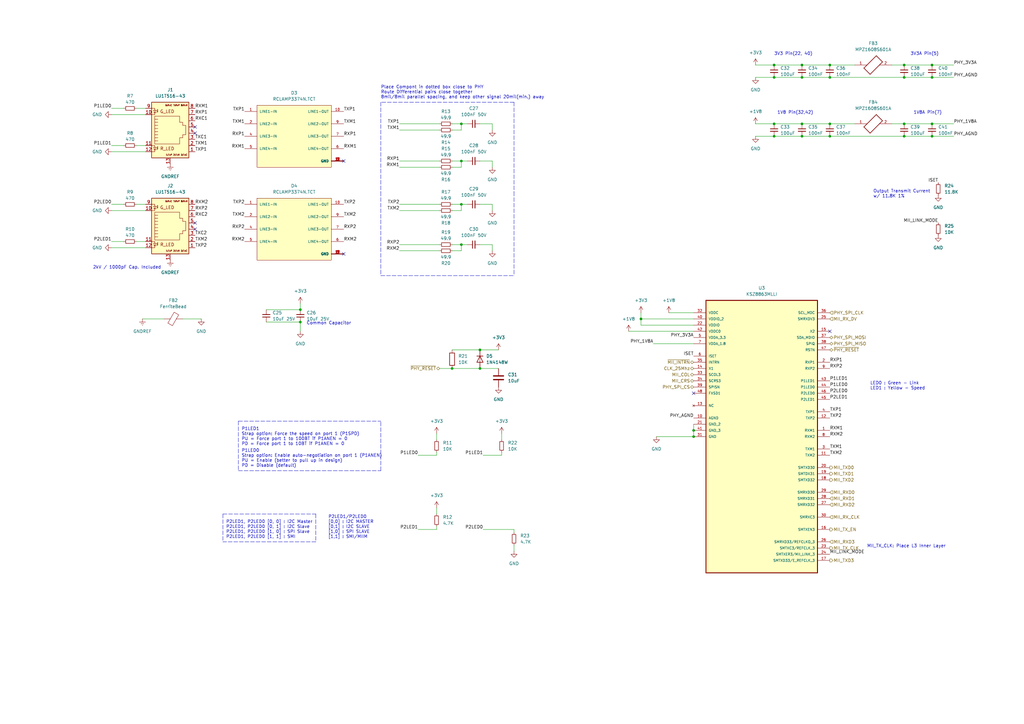
<source format=kicad_sch>
(kicad_sch (version 20211123) (generator eeschema)
  (paper "A3")
  (lib_symbols
    (symbol "Device:C" (pin_numbers hide) (pin_names (offset 0.254))
      (property "Reference" "C" (at 0.635 2.54 0))
      (property "Value" "C" (at 0.635 -2.54 0))
      (symbol "C_0_1"
        (polyline (pts (xy -2.032 -0.762) (xy 2.032 -0.762)) (stroke (width 0.508)))
        (polyline (pts (xy -2.032 0.762) (xy 2.032 0.762)) (stroke (width 0.508)))
      )
      (symbol "C_1_1"
        (pin passive line (at 0 3.81 270) (length 2.794) (name "~") (number "1"))
        (pin passive line (at 0 -3.81 90) (length 2.794) (name "~") (number "2"))
      )
    )
    (symbol "Device:C_Small" (pin_numbers hide) (pin_names (offset 0.254) hide)
      (property "Reference" "C" (at 0.254 1.778 0))
      (property "Value" "C_Small" (at 0.254 -2.032 0))
      (symbol "C_Small_0_1"
        (polyline (pts (xy -1.524 -0.508) (xy 1.524 -0.508)) (stroke (width 0.3302)))
        (polyline (pts (xy -1.524 0.508) (xy 1.524 0.508)) (stroke (width 0.3048)))
      )
      (symbol "C_Small_1_1"
        (pin passive line (at 0 2.54 270) (length 2.032) (name "~") (number "1"))
        (pin passive line (at 0 -2.54 90) (length 2.032) (name "~") (number "2"))
      )
    )
    (symbol "Device:FerriteBead" (pin_numbers hide) (pin_names (offset 0))
      (property "Reference" "FB" (at -3.81 0.635 90))
      (property "Value" "FerriteBead" (at 3.81 0 90))
      (symbol "FerriteBead_0_1"
        (polyline (pts (xy 0 -1.27) (xy 0 -1.2192)))
        (polyline (pts (xy 0 1.27) (xy 0 1.2954)))
        (polyline (pts (xy -2.7686 0.4064) (xy -1.7018 2.2606) (xy 2.7686 -0.3048) (xy 1.6764 -2.159) (xy -2.7686 0.4064)))
      )
      (symbol "FerriteBead_1_1"
        (pin passive line (at 0 3.81 270) (length 2.54) (name "~") (number "1"))
        (pin passive line (at 0 -3.81 90) (length 2.54) (name "~") (number "2"))
      )
    )
    (symbol "Device:R" (pin_numbers hide) (pin_names (offset 0))
      (property "Reference" "R" (at 2.032 0 90))
      (property "Value" "R" (at 0 0 90))
      (symbol "R_0_1"
        (rectangle (start -1.016 -2.54) (end 1.016 2.54) (stroke (width 0.254)))
      )
      (symbol "R_1_1"
        (pin passive line (at 0 3.81 270) (length 1.27) (name "~") (number "1"))
        (pin passive line (at 0 -3.81 90) (length 1.27) (name "~") (number "2"))
      )
    )
    (symbol "Device:R_Small" (pin_numbers hide) (pin_names (offset 0.254) hide)
      (property "Reference" "R" (at 0.762 0.508 0))
      (property "Value" "R_Small" (at 0.762 -1.016 0))
      (symbol "R_Small_0_1"
        (rectangle (start -0.762 1.778) (end 0.762 -1.778) (stroke (width 0.2032)))
      )
      (symbol "R_Small_1_1"
        (pin passive line (at 0 2.54 270) (length 0.762) (name "~") (number "1"))
        (pin passive line (at 0 -2.54 90) (length 0.762) (name "~") (number "2"))
      )
    )
    (symbol "Diode:1N4148W" (pin_numbers hide) (pin_names hide)
      (property "Reference" "D" (at 0 2.54 0))
      (property "Value" "1N4148W" (at 0 -2.54 0))
      (symbol "1N4148W_0_1"
        (polyline (pts (xy -1.27 1.27) (xy -1.27 -1.27)) (stroke (width 0.254)))
        (polyline (pts (xy 1.27 0) (xy -1.27 0)))
        (polyline (pts (xy 1.27 1.27) (xy 1.27 -1.27) (xy -1.27 0) (xy 1.27 1.27)) (stroke (width 0.254)))
      )
      (symbol "1N4148W_1_1"
        (pin passive line (at -3.81 0 0) (length 2.54) (name "K") (number "1"))
        (pin passive line (at 3.81 0 180) (length 2.54) (name "A") (number "2"))
      )
    )
    (symbol "KSZ8863MLLI:KSZ8863MLLI" (pin_names (offset 1.016))
      (property "Reference" "U" (at -2.9007 56.4868 0))
      (property "Value" "KSZ8863MLLI" (at -1.6306 -63.6948 0))
      (symbol "KSZ8863MLLI_0_0"
        (rectangle (start -22.86 -58.42) (end 22.86 53.34) (stroke (width 0.4064)) (fill (type background)))
        (pin bidirectional line (at 27.94 0 180) (length 5.08) (name "RXM1") (number "1"))
        (pin passive line (at -27.94 5.08 0) (length 5.08) (name "AGND") (number "10"))
        (pin bidirectional line (at 27.94 -10.16 180) (length 5.08) (name "TXM2") (number "11"))
        (pin bidirectional line (at 27.94 5.08 180) (length 5.08) (name "TXP2") (number "12"))
        (pin no_connect line (at -27.94 10.16 0) (length 5.08) (name "NC") (number "13"))
        (pin input line (at -27.94 25.4 0) (length 5.08) (name "X1") (number "14"))
        (pin output line (at 27.94 40.64 180) (length 5.08) (name "X2") (number "15"))
        (pin bidirectional line (at 27.94 -40.64 180) (length 5.08) (name "SMTXEN3") (number "16"))
        (pin bidirectional line (at 27.94 -53.34 180) (length 5.08) (name "SMTXD33/E_REFCLK_3") (number "17"))
        (pin bidirectional line (at 27.94 -20.32 180) (length 5.08) (name "SMTXD32") (number "18"))
        (pin bidirectional line (at 27.94 -17.78 180) (length 5.08) (name "SMTDX31") (number "19"))
        (pin bidirectional line (at 27.94 27.94 180) (length 5.08) (name "RXP1") (number "2"))
        (pin bidirectional line (at 27.94 -15.24 180) (length 5.08) (name "SMTXD30") (number "20"))
        (pin passive line (at -27.94 2.54 0) (length 5.08) (name "GND_2") (number "21"))
        (pin power_in line (at -27.94 43.18 0) (length 5.08) (name "VDDIO") (number "22"))
        (pin bidirectional line (at 27.94 -48.26 180) (length 5.08) (name "SMTXC3/REFCLK_3") (number "23"))
        (pin bidirectional line (at 27.94 -50.8 180) (length 5.08) (name "SMTXER3/MII_LINK_3") (number "24"))
        (pin bidirectional line (at 27.94 45.72 180) (length 5.08) (name "SMRXDV3") (number "25"))
        (pin bidirectional line (at 27.94 -45.72 180) (length 5.08) (name "SMRXD33/REFCLKO_3") (number "26"))
        (pin bidirectional line (at 27.94 -30.48 180) (length 5.08) (name "SMRXD32") (number "27"))
        (pin bidirectional line (at 27.94 -27.94 180) (length 5.08) (name "SMRXD31") (number "28"))
        (pin bidirectional line (at 27.94 -25.4 180) (length 5.08) (name "SMRXD30") (number "29"))
        (pin bidirectional line (at 27.94 -7.62 180) (length 5.08) (name "TXM1") (number "3"))
        (pin bidirectional line (at 27.94 -35.56 180) (length 5.08) (name "SMRXC3") (number "30"))
        (pin passive line (at -27.94 -2.54 0) (length 5.08) (name "GND") (number "31"))
        (pin power_in line (at -27.94 48.26 0) (length 5.08) (name "VDDC") (number "32"))
        (pin bidirectional line (at -27.94 22.86 0) (length 5.08) (name "SCOL3") (number "33"))
        (pin output line (at -27.94 20.32 0) (length 5.08) (name "SCRS3") (number "34"))
        (pin input line (at -27.94 27.94 0) (length 5.08) (name "INTRN") (number "35"))
        (pin bidirectional line (at 27.94 48.26 180) (length 5.08) (name "SCL_MDC") (number "36"))
        (pin bidirectional line (at 27.94 38.1 180) (length 5.08) (name "SDA_MDIO") (number "37"))
        (pin output line (at 27.94 35.56 180) (length 5.08) (name "SPIQ") (number "38"))
        (pin input line (at -27.94 17.78 0) (length 5.08) (name "SPISN") (number "39"))
        (pin bidirectional line (at 27.94 7.62 180) (length 5.08) (name "TXP1") (number "4"))
        (pin power_in line (at -27.94 45.72 0) (length 5.08) (name "VDDIO_2") (number "40"))
        (pin passive line (at -27.94 0 0) (length 5.08) (name "GND_3") (number "41"))
        (pin power_in line (at -27.94 40.64 0) (length 5.08) (name "VDDC0") (number "42"))
        (pin bidirectional line (at 27.94 20.32 180) (length 5.08) (name "P1LED1") (number "43"))
        (pin bidirectional line (at 27.94 17.78 180) (length 5.08) (name "P1LED0") (number "44"))
        (pin bidirectional line (at 27.94 12.7 180) (length 5.08) (name "P2LED1") (number "45"))
        (pin bidirectional line (at 27.94 15.24 180) (length 5.08) (name "P2LED0") (number "46"))
        (pin bidirectional line (at 27.94 33.02 180) (length 5.08) (name "RSTN") (number "47"))
        (pin passive line (at -27.94 15.24 0) (length 5.08) (name "FXSD1") (number "48"))
        (pin power_in line (at -27.94 38.1 0) (length 5.08) (name "VDDA_3.3") (number "5"))
        (pin input line (at -27.94 30.48 0) (length 5.08) (name "ISET") (number "6"))
        (pin power_in line (at -27.94 35.56 0) (length 5.08) (name "VDDA_1.8") (number "7"))
        (pin bidirectional line (at 27.94 -2.54 180) (length 5.08) (name "RXM2") (number "8"))
        (pin bidirectional line (at 27.94 25.4 180) (length 5.08) (name "RXP2") (number "9"))
      )
    )
    (symbol "LU1T516-43LF:LU1T516-43" (pin_names (offset 1.016))
      (property "Reference" "J" (at -5.08 13.97 0))
      (property "Value" "LU1T516-43" (at 1.27 13.97 0))
      (symbol "LU1T516-43_0_0"
        (text "1:TxP 2:TxM 3:TxC" (at 2.54 -8.89 0) (effects (font (size 0.635 0.635))))
        (text "6:RxC 7:RxP 8:RxM" (at 2.54 11.43 0) (effects (font (size 0.635 0.635))))
        (text "G_LED" (at -1.27 8.89 0) (effects (font (size 1.27 1.27))))
        (text "R_LED" (at -1.27 -6.35 0) (effects (font (size 1.27 1.27))))
      )
      (symbol "LU1T516-43_0_1"
        (polyline (pts (xy -7.62 -7.62) (xy -6.35 -7.62)))
        (polyline (pts (xy -7.62 -5.08) (xy -6.35 -5.08)))
        (polyline (pts (xy -7.62 7.62) (xy -6.35 7.62)))
        (polyline (pts (xy -7.62 10.16) (xy -6.35 10.16)))
        (polyline (pts (xy -6.35 -7.62) (xy -6.35 -6.858)))
        (polyline (pts (xy -6.35 -5.08) (xy -6.35 -5.842)))
        (polyline (pts (xy -6.35 7.62) (xy -6.35 8.382)))
        (polyline (pts (xy -6.35 10.16) (xy -6.35 9.398)))
        (polyline (pts (xy -5.842 -6.858) (xy -6.858 -6.858)))
        (polyline (pts (xy -5.842 8.382) (xy -6.858 8.382)))
        (polyline (pts (xy -5.08 -6.223) (xy -5.207 -6.604)))
        (polyline (pts (xy -5.08 -5.588) (xy -5.207 -5.969)))
        (polyline (pts (xy -5.08 4.445) (xy -6.35 4.445)))
        (polyline (pts (xy -5.08 5.715) (xy -6.35 5.715)))
        (polyline (pts (xy -5.08 9.017) (xy -5.207 8.636)))
        (polyline (pts (xy -5.08 9.652) (xy -5.207 9.271)))
        (polyline (pts (xy -6.35 -3.175) (xy -5.08 -3.175) (xy -5.08 -3.175)))
        (polyline (pts (xy -6.35 -1.905) (xy -5.08 -1.905) (xy -5.08 -1.905)))
        (polyline (pts (xy -6.35 -0.635) (xy -5.08 -0.635) (xy -5.08 -0.635)))
        (polyline (pts (xy -6.35 0.635) (xy -5.08 0.635) (xy -5.08 0.635)))
        (polyline (pts (xy -6.35 1.905) (xy -5.08 1.905) (xy -5.08 1.905)))
        (polyline (pts (xy -5.588 -6.731) (xy -5.08 -6.223) (xy -5.461 -6.35)))
        (polyline (pts (xy -5.588 -6.096) (xy -5.08 -5.588) (xy -5.461 -5.715)))
        (polyline (pts (xy -5.588 8.509) (xy -5.08 9.017) (xy -5.461 8.89)))
        (polyline (pts (xy -5.588 9.144) (xy -5.08 9.652) (xy -5.461 9.525)))
        (polyline (pts (xy -5.08 3.175) (xy -6.35 3.175) (xy -6.35 3.175)))
        (polyline (pts (xy -6.35 -6.858) (xy -5.842 -5.842) (xy -6.858 -5.842) (xy -6.35 -6.858)))
        (polyline (pts (xy -6.35 8.382) (xy -5.842 9.398) (xy -6.858 9.398) (xy -6.35 8.382)))
        (polyline (pts (xy -6.35 -4.445) (xy -6.35 6.985) (xy 3.81 6.985) (xy 3.81 4.445) (xy 5.08 4.445) (xy 5.08 3.175) (xy 6.35 3.175) (xy 6.35 -0.635) (xy 5.08 -0.635) (xy 5.08 -1.905) (xy 3.81 -1.905) (xy 3.81 -4.445) (xy -6.35 -4.445) (xy -6.35 -4.445)))
        (rectangle (start 7.62 12.7) (end -7.62 -10.16) (stroke (width 0.254)) (fill (type background)))
      )
      (symbol "LU1T516-43_1_1"
        (pin passive line (at 10.16 -7.62 180) (length 2.54) (name "~") (number "1"))
        (pin passive line (at -10.16 7.62 0) (length 2.54) (name "~") (number "10"))
        (pin passive line (at -10.16 -5.08 0) (length 2.54) (name "~") (number "11"))
        (pin passive line (at -10.16 -7.62 0) (length 2.54) (name "~") (number "12"))
        (pin passive line (at 0 -12.7 90) (length 2.54) (name "~") (number "13"))
        (pin passive line (at 10.16 -5.08 180) (length 2.54) (name "~") (number "2"))
        (pin passive line (at 10.16 -2.54 180) (length 2.54) (name "~") (number "3"))
        (pin passive line (at 10.16 0 180) (length 2.54) (name "~") (number "4"))
        (pin passive line (at 10.16 2.54 180) (length 2.54) (name "~") (number "5"))
        (pin passive line (at 10.16 5.08 180) (length 2.54) (name "~") (number "6"))
        (pin passive line (at 10.16 7.62 180) (length 2.54) (name "~") (number "7"))
        (pin passive line (at 10.16 10.16 180) (length 2.54) (name "~") (number "8"))
        (pin passive line (at -10.16 10.16 0) (length 2.54) (name "~") (number "9"))
      )
    )
    (symbol "MPZ1608S601A:MPZ1608S601A" (pin_names (offset 1.016))
      (property "Reference" "FB" (at -7.6244 5.0815 0))
      (property "Value" "MPZ1608S601A" (at -7.63 -7.6266 0))
      (symbol "MPZ1608S601A_0_0"
        (polyline (pts (xy -3.81 -1.27) (xy -1.27 -3.81)) (stroke (width 0.254)))
        (polyline (pts (xy -1.27 -3.81) (xy 3.81 1.27)) (stroke (width 0.254)))
        (polyline (pts (xy 1.27 3.81) (xy -3.81 -1.27)) (stroke (width 0.254)))
        (polyline (pts (xy 3.81 1.27) (xy 1.27 3.81)) (stroke (width 0.254)))
        (pin passive line (at -7.62 0 0) (length 5.08) (name "~") (number "1"))
        (pin passive line (at 7.62 0 180) (length 5.08) (name "~") (number "2"))
      )
    )
    (symbol "RCLAMP3374N.TCT:RCLAMP3374N.TCT" (pin_names (offset 1.016))
      (property "Reference" "D" (at -15.24 13.462 0))
      (property "Value" "RCLAMP3374N.TCT" (at -15.24 -15.24 0))
      (symbol "RCLAMP3374N.TCT_0_0"
        (rectangle (start -15.24 -12.7) (end 15.24 12.7) (stroke (width 0.1524)) (fill (type background)))
        (pin input line (at -20.32 10.16 0) (length 5.08) (name "LINE1-IN") (number "1"))
        (pin output line (at 20.32 10.16 180) (length 5.08) (name "LINE1-OUT") (number "10"))
        (pin power_in line (at 20.32 -10.16 180) (length 5.08) (name "GND") (number "11"))
        (pin power_in line (at 20.32 -10.16 180) (length 5.08) (name "GND") (number "12"))
        (pin power_in line (at 20.32 -10.16 180) (length 5.08) (name "GND") (number "13"))
        (pin input line (at -20.32 5.08 0) (length 5.08) (name "LINE2-IN") (number "2"))
        (pin power_in line (at 20.32 -10.16 180) (length 5.08) (name "GND") (number "3"))
        (pin input line (at -20.32 0 0) (length 5.08) (name "LINE3-IN") (number "4"))
        (pin input line (at -20.32 -5.08 0) (length 5.08) (name "LINE4-IN") (number "5"))
        (pin output line (at 20.32 -5.08 180) (length 5.08) (name "LINE4-OUT") (number "6"))
        (pin output line (at 20.32 0 180) (length 5.08) (name "LINE3-OUT") (number "7"))
        (pin power_in line (at 20.32 -10.16 180) (length 5.08) (name "GND") (number "8"))
        (pin output line (at 20.32 5.08 180) (length 5.08) (name "LINE2-OUT") (number "9"))
      )
    )
    (symbol "power:+1V8" (power) (pin_names (offset 0))
      (property "Value" "+1V8" (at 0 3.556 0))
      (symbol "+1V8_0_1"
        (polyline (pts (xy -0.762 1.27) (xy 0 2.54)))
        (polyline (pts (xy 0 0) (xy 0 2.54)))
        (polyline (pts (xy 0 2.54) (xy 0.762 1.27)))
      )
      (symbol "+1V8_1_1"
        (pin power_in line (at 0 0 90) (length 0) hide (name "+1V8") (number "1"))
      )
    )
    (symbol "power:+3V3" (power) (pin_names (offset 0))
      (property "Value" "+3V3" (at 0 3.556 0))
      (symbol "+3V3_0_1"
        (polyline (pts (xy -0.762 1.27) (xy 0 2.54)))
        (polyline (pts (xy 0 0) (xy 0 2.54)))
        (polyline (pts (xy 0 2.54) (xy 0.762 1.27)))
      )
      (symbol "+3V3_1_1"
        (pin power_in line (at 0 0 90) (length 0) hide (name "+3V3") (number "1"))
      )
    )
    (symbol "power:GND" (power) (pin_names (offset 0))
      (property "Value" "GND" (at 0 -3.81 0))
      (symbol "GND_0_1"
        (polyline (pts (xy 0 0) (xy 0 -1.27) (xy 1.27 -1.27) (xy 0 -2.54) (xy -1.27 -1.27) (xy 0 -1.27)))
      )
      (symbol "GND_1_1"
        (pin power_in line (at 0 0 270) (length 0) hide (name "GND") (number "1"))
      )
    )
    (symbol "power:GNDREF" (power) (pin_names (offset 0))
      (property "Value" "GNDREF" (at 0 -3.81 0))
      (symbol "GNDREF_0_1"
        (polyline (pts (xy -0.635 -1.905) (xy 0.635 -1.905)))
        (polyline (pts (xy -0.127 -2.54) (xy 0.127 -2.54)))
        (polyline (pts (xy 0 -1.27) (xy 0 0)))
        (polyline (pts (xy 1.27 -1.27) (xy -1.27 -1.27)))
      )
      (symbol "GNDREF_1_1"
        (pin power_in line (at 0 0 270) (length 0) hide (name "GNDREF") (number "1"))
      )
    )
  )
  (junction (at 189.23 83.82))
  (junction (at 189.23 66.04))
  (junction (at 196.85 143.51))
  (junction (at 382.27 55.88))
  (junction (at 340.36 31.75))
  (junction (at 196.85 151.13))
  (junction (at 123.19 127))
  (junction (at 328.93 31.75))
  (junction (at 382.27 50.8))
  (junction (at 328.93 50.8))
  (junction (at 370.84 26.67))
  (junction (at 382.27 31.75))
  (junction (at 370.84 55.88))
  (junction (at 317.5 55.88))
  (junction (at 123.19 132.08))
  (junction (at 189.23 50.8))
  (junction (at 284.48 176.53))
  (junction (at 382.27 26.67))
  (junction (at 340.36 26.67))
  (junction (at 185.42 151.13))
  (junction (at 317.5 26.67))
  (junction (at 370.84 50.8))
  (junction (at 262.89 130.81))
  (junction (at 340.36 55.88))
  (junction (at 317.5 31.75))
  (junction (at 284.48 179.07))
  (junction (at 340.36 50.8))
  (junction (at 317.5 50.8))
  (junction (at 328.93 26.67))
  (junction (at 189.23 100.33))
  (junction (at 370.84 31.75))
  (junction (at 328.93 55.88))
  (no_connect (at 140.97 66.04))
  (no_connect (at 80.01 93.98))
  (no_connect (at 284.48 161.29))
  (no_connect (at 80.01 91.44))
  (no_connect (at 80.01 52.07))
  (no_connect (at 140.97 104.14))
  (no_connect (at 80.01 54.61))
  (no_connect (at 340.36 135.89))
  (polyline (pts (xy 210.82 41.91) (xy 156.21 41.91)))
  (wire (pts (xy 179.07 208.28) (xy 179.07 210.82)))
  (wire (pts (xy 109.22 132.08) (xy 123.19 132.08)))
  (wire (pts (xy 210.82 223.52) (xy 210.82 226.06)))
  (wire (pts (xy 179.07 186.69) (xy 179.07 185.42)))
  (wire (pts (xy 185.42 100.33) (xy 189.23 100.33)))
  (wire (pts (xy 163.83 102.87) (xy 180.34 102.87)))
  (wire (pts (xy 123.19 132.08) (xy 123.19 135.89)))
  (wire (pts (xy 189.23 83.82) (xy 191.77 83.82)))
  (wire (pts (xy 370.84 31.75) (xy 382.27 31.75)))
  (wire (pts (xy 284.48 176.53) (xy 284.48 179.07)))
  (wire (pts (xy 163.83 83.82) (xy 180.34 83.82)))
  (wire (pts (xy 205.74 186.69) (xy 205.74 185.42)))
  (wire (pts (xy 340.36 55.88) (xy 370.84 55.88)))
  (wire (pts (xy 317.5 31.75) (xy 328.93 31.75)))
  (wire (pts (xy 45.72 62.23) (xy 59.69 62.23)))
  (wire (pts (xy 185.42 102.87) (xy 189.23 102.87)))
  (wire (pts (xy 284.48 179.07) (xy 269.24 179.07)))
  (wire (pts (xy 328.93 26.67) (xy 340.36 26.67)))
  (wire (pts (xy 284.48 130.81) (xy 262.89 130.81)))
  (wire (pts (xy 58.42 130.81) (xy 67.31 130.81)))
  (wire (pts (xy 309.88 50.8) (xy 317.5 50.8)))
  (wire (pts (xy 189.23 68.58) (xy 189.23 66.04)))
  (wire (pts (xy 196.85 83.82) (xy 201.93 83.82)))
  (wire (pts (xy 328.93 31.75) (xy 340.36 31.75)))
  (polyline (pts (xy 156.21 113.03) (xy 210.82 113.03)))
  (wire (pts (xy 163.83 86.36) (xy 180.34 86.36)))
  (polyline (pts (xy 129.54 222.25) (xy 91.44 222.25)))
  (wire (pts (xy 55.88 44.45) (xy 59.69 44.45)))
  (wire (pts (xy 370.84 26.67) (xy 382.27 26.67)))
  (wire (pts (xy 163.83 50.8) (xy 180.34 50.8)))
  (wire (pts (xy 171.45 186.69) (xy 179.07 186.69)))
  (wire (pts (xy 370.84 55.88) (xy 382.27 55.88)))
  (polyline (pts (xy 156.21 41.91) (xy 156.21 78.74)))
  (wire (pts (xy 267.97 140.97) (xy 284.48 140.97)))
  (wire (pts (xy 55.88 99.06) (xy 59.69 99.06)))
  (wire (pts (xy 340.36 31.75) (xy 370.84 31.75)))
  (wire (pts (xy 196.85 100.33) (xy 201.93 100.33)))
  (wire (pts (xy 185.42 143.51) (xy 196.85 143.51)))
  (wire (pts (xy 189.23 86.36) (xy 189.23 83.82)))
  (wire (pts (xy 382.27 31.75) (xy 391.16 31.75)))
  (polyline (pts (xy 210.82 41.91) (xy 210.82 78.74)))
  (wire (pts (xy 205.74 177.8) (xy 205.74 180.34)))
  (wire (pts (xy 198.12 186.69) (xy 205.74 186.69)))
  (wire (pts (xy 196.85 66.04) (xy 201.93 66.04)))
  (wire (pts (xy 189.23 100.33) (xy 191.77 100.33)))
  (wire (pts (xy 189.23 102.87) (xy 189.23 100.33)))
  (polyline (pts (xy 129.54 210.82) (xy 129.54 222.25)))
  (wire (pts (xy 340.36 26.67) (xy 350.52 26.67)))
  (polyline (pts (xy 97.79 193.04) (xy 156.21 193.04)))
  (wire (pts (xy 309.88 26.67) (xy 317.5 26.67)))
  (wire (pts (xy 382.27 50.8) (xy 391.16 50.8)))
  (wire (pts (xy 45.72 44.45) (xy 50.8 44.45)))
  (wire (pts (xy 317.5 50.8) (xy 328.93 50.8)))
  (wire (pts (xy 185.42 53.34) (xy 189.23 53.34)))
  (wire (pts (xy 257.81 135.89) (xy 284.48 135.89)))
  (wire (pts (xy 74.93 130.81) (xy 82.55 130.81)))
  (wire (pts (xy 370.84 50.8) (xy 382.27 50.8)))
  (wire (pts (xy 180.34 151.13) (xy 185.42 151.13)))
  (polyline (pts (xy 156.21 193.04) (xy 156.21 172.72)))
  (wire (pts (xy 317.5 55.88) (xy 328.93 55.88)))
  (wire (pts (xy 274.32 128.27) (xy 284.48 128.27)))
  (wire (pts (xy 45.72 83.82) (xy 50.8 83.82)))
  (wire (pts (xy 185.42 68.58) (xy 189.23 68.58)))
  (polyline (pts (xy 91.44 210.82) (xy 129.54 210.82)))
  (wire (pts (xy 45.72 46.99) (xy 59.69 46.99)))
  (wire (pts (xy 210.82 218.44) (xy 210.82 217.17)))
  (wire (pts (xy 123.19 124.46) (xy 123.19 127)))
  (wire (pts (xy 171.45 217.17) (xy 179.07 217.17)))
  (wire (pts (xy 163.83 53.34) (xy 180.34 53.34)))
  (wire (pts (xy 196.85 143.51) (xy 204.47 143.51)))
  (wire (pts (xy 45.72 59.69) (xy 50.8 59.69)))
  (wire (pts (xy 201.93 50.8) (xy 201.93 53.34)))
  (wire (pts (xy 262.89 130.81) (xy 262.89 128.27)))
  (polyline (pts (xy 91.44 210.82) (xy 91.44 222.25)))
  (wire (pts (xy 201.93 100.33) (xy 201.93 102.87)))
  (wire (pts (xy 196.85 50.8) (xy 201.93 50.8)))
  (wire (pts (xy 179.07 217.17) (xy 179.07 215.9)))
  (wire (pts (xy 163.83 68.58) (xy 180.34 68.58)))
  (wire (pts (xy 365.76 26.67) (xy 370.84 26.67)))
  (wire (pts (xy 189.23 50.8) (xy 191.77 50.8)))
  (polyline (pts (xy 97.79 172.72) (xy 156.21 172.72)))
  (wire (pts (xy 309.88 55.88) (xy 317.5 55.88)))
  (wire (pts (xy 328.93 55.88) (xy 340.36 55.88)))
  (wire (pts (xy 340.36 50.8) (xy 350.52 50.8)))
  (wire (pts (xy 365.76 50.8) (xy 370.84 50.8)))
  (wire (pts (xy 284.48 173.99) (xy 284.48 176.53)))
  (wire (pts (xy 163.83 100.33) (xy 180.34 100.33)))
  (wire (pts (xy 185.42 151.13) (xy 196.85 151.13)))
  (wire (pts (xy 163.83 66.04) (xy 180.34 66.04)))
  (wire (pts (xy 382.27 26.67) (xy 391.16 26.67)))
  (polyline (pts (xy 97.79 172.72) (xy 97.79 193.04)))
  (wire (pts (xy 185.42 83.82) (xy 189.23 83.82)))
  (wire (pts (xy 284.48 133.35) (xy 262.89 133.35)))
  (wire (pts (xy 179.07 177.8) (xy 179.07 180.34)))
  (wire (pts (xy 45.72 86.36) (xy 59.69 86.36)))
  (wire (pts (xy 198.12 217.17) (xy 210.82 217.17)))
  (wire (pts (xy 189.23 53.34) (xy 189.23 50.8)))
  (wire (pts (xy 185.42 86.36) (xy 189.23 86.36)))
  (wire (pts (xy 185.42 50.8) (xy 189.23 50.8)))
  (wire (pts (xy 45.72 101.6) (xy 59.69 101.6)))
  (wire (pts (xy 109.22 127) (xy 123.19 127)))
  (wire (pts (xy 309.88 31.75) (xy 317.5 31.75)))
  (wire (pts (xy 201.93 83.82) (xy 201.93 86.36)))
  (wire (pts (xy 55.88 83.82) (xy 59.69 83.82)))
  (wire (pts (xy 196.85 151.13) (xy 204.47 151.13)))
  (wire (pts (xy 189.23 66.04) (xy 191.77 66.04)))
  (polyline (pts (xy 210.82 78.74) (xy 210.82 113.03)))
  (wire (pts (xy 55.88 59.69) (xy 59.69 59.69)))
  (wire (pts (xy 45.72 99.06) (xy 50.8 99.06)))
  (wire (pts (xy 185.42 66.04) (xy 189.23 66.04)))
  (wire (pts (xy 317.5 26.67) (xy 328.93 26.67)))
  (polyline (pts (xy 156.21 78.74) (xy 156.21 113.03)))
  (wire (pts (xy 382.27 55.88) (xy 391.16 55.88)))
  (wire (pts (xy 201.93 66.04) (xy 201.93 68.58)))
  (wire (pts (xy 262.89 133.35) (xy 262.89 130.81)))
  (wire (pts (xy 328.93 50.8) (xy 340.36 50.8)))
  (text "P1LED1\nStrap option: Force the speed on port 1 (P1SPD)\nPU = Force port 1 to 100BT if P1ANEN = 0\nPD = Force port 1 to 10BT if P1ANEN = 0" (at 99.06 182.88 0) (effects (font (size 1.27 1.27)) (justify left bottom)))
  (text "1V8A Pin(7)" (at 374.65 46.99 0) (effects (font (size 1.27 1.27)) (justify left bottom)))
  (text "Output Transmit Current \nw/ 11.8K 1%" (at 358.14 81.28 0) (effects (font (size 1.27 1.27)) (justify left bottom)))
  (text "1V8 Pin(32,42)" (at 318.77 46.99 0) (effects (font (size 1.27 1.27)) (justify left bottom)))
  (text "Place Compont in dotted box close to PHY\nRoute Differential pairs close together\n8mil/8mil parallel spacing, and keep other signal 20mil(min.) away" (at 156.21 40.64 0) (effects (font (size 1.27 1.27)) (justify left bottom)))
  (text "P2LED1, P2LED0 [0, 0] : I2C Master\nP2LED1, P2LED0 [0, 1] : I2C Slave\nP2LED1, P2LED0 [1, 0] : SPI Slave\nP2LED1, P2LED0 [1, 1] : SMI" (at 92.71 220.98 0) (effects (font (size 1.27 1.27)) (justify left bottom)))
  (text "P1LED0\nStrap option: Enable auto-negotiation on port 1 (P1ANEN)\nPU = Enable (better to pull up in design)\nPD = Disable (default)" (at 99.06 191.77 0) (effects (font (size 1.27 1.27)) (justify left bottom)))
  (text "MII_TX_CLK: Place L3 Inner Layer" (at 355.6 224.79 0) (effects (font (size 1.27 1.27)) (justify left bottom)))
  (text "Common Capacitor" (at 125.73 133.35 0) (effects (font (size 1.27 1.27)) (justify left bottom)))
  (text "3V3 Pin(22, 40)" (at 317.5 22.86 0) (effects (font (size 1.27 1.27)) (justify left bottom)))
  (text "2kV / 1000pF Cap. Included" (at 38.1 110.49 0) (effects (font (size 1.27 1.27)) (justify left bottom)))
  (text "LED0 : Green - Link\nLED1 : Yellow - Speed" (at 356.87 160.02 0) (effects (font (size 1.27 1.27)) (justify left bottom)))
  (text "3V3A Pin(5)" (at 373.38 22.86 0) (effects (font (size 1.27 1.27)) (justify left bottom)))
  (text "P2LED1/P2LED0\n[0,0] : I2C MASTER\n[0,1] : I2C SLAVE\n[1,0] : SPI SLAVE\n[1,1] : SMI/MIIM" (at 134.62 220.98 0) (effects (font (size 1.27 1.27)) (justify left bottom)))
  (label "P2LED1" (at 340.36 163.83 0))
  (label "P1LED1" (at 198.12 186.69 180))
  (label "RXM1" (at 100.33 60.96 180))
  (label "RXM1" (at 140.97 60.96 0))
  (label "RXM2" (at 140.97 99.06 0))
  (label "TXM2" (at 80.01 99.06 0))
  (label "P2LED0" (at 340.36 161.29 0))
  (label "RXC2" (at 80.01 88.9 0))
  (label "TXP2" (at 140.97 83.82 0))
  (label "TXM1" (at 140.97 50.8 0))
  (label "RXP2" (at 100.33 93.98 180))
  (label "RXM1" (at 340.36 176.53 0))
  (label "RXM1" (at 80.01 44.45 0))
  (label "P2LED0" (at 198.12 217.17 180))
  (label "P1LED1" (at 340.36 156.21 0))
  (label "RXP1" (at 340.36 148.59 0))
  (label "TXM2" (at 163.83 86.36 180))
  (label "TXM1" (at 340.36 184.15 0))
  (label "P2LED1" (at 45.72 99.06 180))
  (label "PHY_3V3A" (at 284.48 138.43 180))
  (label "TXP2" (at 100.33 83.82 180))
  (label "P2LED1" (at 171.45 217.17 180))
  (label "TXP1" (at 163.83 50.8 180))
  (label "P1LED1" (at 45.72 59.69 180))
  (label "TXP2" (at 80.01 101.6 0))
  (label "TXP2" (at 163.83 83.82 180))
  (label "ISET" (at 384.81 74.93 180))
  (label "PHY_1V8A" (at 267.97 140.97 180))
  (label "RXP2" (at 340.36 151.13 0))
  (label "P1LED0" (at 340.36 158.75 0))
  (label "P1LED0" (at 171.45 186.69 180))
  (label "TXC2" (at 80.01 96.52 0))
  (label "PHY_3V3A" (at 391.16 26.67 0))
  (label "RXP2" (at 140.97 93.98 0))
  (label "TXM1" (at 163.83 53.34 180))
  (label "RXM2" (at 100.33 99.06 180))
  (label "RXP1" (at 140.97 55.88 0))
  (label "PHY_AGND" (at 391.16 31.75 0))
  (label "MII_LINK_MODE" (at 340.36 227.33 0))
  (label "P2LED0" (at 45.72 83.82 180))
  (label "RXC1" (at 80.01 49.53 0))
  (label "PHY_AGND" (at 284.48 171.45 180))
  (label "TXP1" (at 140.97 45.72 0))
  (label "RXP2" (at 80.01 86.36 0))
  (label "TXP2" (at 340.36 171.45 0))
  (label "RXP1" (at 80.01 46.99 0))
  (label "RXP1" (at 163.83 66.04 180))
  (label "TXP1" (at 80.01 62.23 0))
  (label "TXP1" (at 100.33 45.72 180))
  (label "PHY_AGND" (at 391.16 55.88 0))
  (label "RXP2" (at 163.83 100.33 180))
  (label "P1LED0" (at 45.72 44.45 180))
  (label "TXM1" (at 80.01 59.69 0))
  (label "TXM2" (at 340.36 186.69 0))
  (label "TXM1" (at 100.33 50.8 180))
  (label "RXM2" (at 163.83 102.87 180))
  (label "TXM2" (at 100.33 88.9 180))
  (label "RXM2" (at 340.36 179.07 0))
  (label "RXP1" (at 100.33 55.88 180))
  (label "MII_LINK_MODE" (at 384.81 91.44 180))
  (label "TXC1" (at 80.01 57.15 0))
  (label "ISET" (at 284.48 146.05 180))
  (label "RXM1" (at 163.83 68.58 180))
  (label "PHY_1V8A" (at 391.16 50.8 0))
  (label "RXM2" (at 80.01 83.82 0))
  (label "TXP1" (at 340.36 168.91 0))
  (label "TXM2" (at 140.97 88.9 0))
  (hierarchical_label "MII_TXD1" (shape output) (at 340.36 194.31 0))
  (hierarchical_label "~{PHY_RESET}" (shape bidirectional) (at 180.34 151.13 180))
  (hierarchical_label "~{PHY_RESET}" (shape bidirectional) (at 340.36 143.51 0))
  (hierarchical_label "MII_TXD3" (shape output) (at 340.36 229.87 0))
  (hierarchical_label "MII_RXD0" (shape input) (at 340.36 201.93 0))
  (hierarchical_label "PHY_SPI_CLK" (shape input) (at 340.36 128.27 0))
  (hierarchical_label "PHY_SPI_MOSI" (shape bidirectional) (at 340.36 138.43 0))
  (hierarchical_label "MII_RX_DV" (shape input) (at 340.36 130.81 0))
  (hierarchical_label "MII_COL" (shape bidirectional) (at 284.48 153.67 180))
  (hierarchical_label "MII_CRS" (shape bidirectional) (at 284.48 156.21 180))
  (hierarchical_label "MII_RXD3" (shape input) (at 340.36 222.25 0))
  (hierarchical_label "MII_TX_CLK" (shape output) (at 340.36 224.79 0))
  (hierarchical_label "MII_RXD2" (shape input) (at 340.36 207.01 0))
  (hierarchical_label "CLK_25Mhz" (shape bidirectional) (at 284.48 151.13 180))
  (hierarchical_label "PHY_SPI_MISO" (shape bidirectional) (at 340.36 140.97 0))
  (hierarchical_label "MII_TXD0" (shape output) (at 340.36 191.77 0))
  (hierarchical_label "~{MII_INTRN}" (shape bidirectional) (at 284.48 148.59 180))
  (hierarchical_label "MII_TXD2" (shape output) (at 340.36 196.85 0))
  (hierarchical_label "MII_TX_EN" (shape output) (at 340.36 217.17 0))
  (hierarchical_label "MII_RX_CLK" (shape input) (at 340.36 212.09 0))
  (hierarchical_label "MII_RXD1" (shape input) (at 340.36 204.47 0))
  (hierarchical_label "PHY_SPI_CS" (shape bidirectional) (at 284.48 158.75 180))
  (symbol (lib_id "Device:C_Small") (at 317.5 53.34 0) (unit 1)
    (property "Reference" "C33" (at 320.04 52.0762 0) (effects (justify left)))
    (property "Value" "100uF" (at 320.04 54.6162 0) (effects (justify left)))
  )
  (symbol (lib_id "Device:R_Small") (at 182.88 102.87 270) (unit 1)
    (property "Reference" "R20" (at 182.88 107.95 90))
    (property "Value" "49.9" (at 182.88 105.41 90))
    (property "Footprint" "Resistor_SMD:R_0603_1608Metric_Pad0.98x0.95mm_HandSolder" (effects hide))
  )
  (symbol (lib_id "Device:C_Small") (at 194.31 50.8 90) (unit 1)
    (property "Reference" "C27" (at 194.3163 44.45 90))
    (property "Value" "100nF 50V" (at 194.3163 46.99 90))
    (property "Footprint" "Capacitor_SMD:C_0603_1608Metric_Pad1.08x0.95mm_HandSolder" (effects hide))
  )
  (symbol (lib_id "Device:R_Small") (at 182.88 86.36 270) (unit 1)
    (property "Reference" "R18" (at 182.88 91.44 90))
    (property "Value" "49.9" (at 182.88 88.9 90))
    (property "Footprint" "Resistor_SMD:R_0603_1608Metric_Pad0.98x0.95mm_HandSolder" (effects hide))
  )
  (symbol (lib_id "power:+3V3") (at 123.19 124.46 0) (unit 1)
    (property "Reference" "#PWR038" (effects hide))
    (property "Value" "+3V3" (at 123.19 119.38 0))
  )
  (symbol (lib_id "Device:C_Small") (at 382.27 53.34 0) (unit 1)
    (property "Reference" "C41" (at 384.81 52.0762 0) (effects (justify left)))
    (property "Value" "100nF" (at 384.81 54.6162 0) (effects (justify left)))
  )
  (symbol (lib_id "power:+3V3") (at 204.47 143.51 0) (unit 1)
    (property "Reference" "#PWR046" (effects hide))
    (property "Value" "+3V3" (at 204.47 138.43 0))
  )
  (symbol (lib_id "Device:R_Small") (at 182.88 83.82 90) (unit 1)
    (property "Reference" "R17" (at 182.88 78.74 90))
    (property "Value" "49.9" (at 182.88 81.28 90))
    (property "Footprint" "Resistor_SMD:R_0603_1608Metric_Pad0.98x0.95mm_HandSolder" (effects hide))
  )
  (symbol (lib_id "RCLAMP3374N.TCT:RCLAMP3374N.TCT") (at 120.65 93.98 0) (unit 1)
    (property "Reference" "D4" (at 120.65 76.2 0))
    (property "Value" "RCLAMP3374N.TCT" (at 120.65 78.74 0))
    (property "Footprint" "RCLAMP3374N:DIODE_RCLAMP3374N.TCT" (effects hide))
    (property "PARTREV" "7/24/2012" (effects hide))
    (property "MANUFACTURER" "Semtech" (effects hide))
    (property "STANDARD" "Manufacturer Recommendation" (effects hide))
  )
  (symbol (lib_id "Device:C_Small") (at 123.19 129.54 180) (unit 1)
    (property "Reference" "C26" (at 125.73 128.2635 0) (effects (justify right)))
    (property "Value" "10uF 25V" (at 125.73 130.8035 0) (effects (justify right)))
    (property "Footprint" "Capacitor_SMD:C_0603_1608Metric_Pad1.08x0.95mm_HandSolder" (effects hide))
  )
  (symbol (lib_id "power:GND") (at 201.93 53.34 0) (unit 1)
    (property "Reference" "#PWR042" (effects hide))
    (property "Value" "GND" (at 201.93 58.42 0))
  )
  (symbol (lib_id "Device:C_Small") (at 328.93 53.34 0) (unit 1)
    (property "Reference" "C35" (at 331.47 52.0762 0) (effects (justify left)))
    (property "Value" "100nF" (at 331.47 54.6162 0) (effects (justify left)))
  )
  (symbol (lib_id "Device:R_Small") (at 205.74 182.88 0) (unit 1)
    (property "Reference" "R22" (at 208.28 181.6099 0) (effects (justify left)))
    (property "Value" "10K" (at 208.28 184.1499 0) (effects (justify left)))
  )
  (symbol (lib_id "Device:R_Small") (at 179.07 182.88 0) (unit 1)
    (property "Reference" "R11" (at 181.61 181.6099 0) (effects (justify left)))
    (property "Value" "10K" (at 181.61 184.1499 0) (effects (justify left)))
  )
  (symbol (lib_id "Device:C_Small") (at 340.36 29.21 0) (unit 1)
    (property "Reference" "C36" (at 342.9 27.9462 0) (effects (justify left)))
    (property "Value" "100nF" (at 342.9 30.4862 0) (effects (justify left)))
  )
  (symbol (lib_id "Device:R_Small") (at 53.34 59.69 270) (unit 1)
    (property "Reference" "R8" (at 53.34 54.61 90))
    (property "Value" "470" (at 53.34 57.15 90))
    (property "Footprint" "Resistor_SMD:R_0603_1608Metric_Pad0.98x0.95mm_HandSolder" (effects hide))
  )
  (symbol (lib_id "RCLAMP3374N.TCT:RCLAMP3374N.TCT") (at 120.65 55.88 0) (unit 1)
    (property "Reference" "D3" (at 120.65 38.1 0))
    (property "Value" "RCLAMP3374N.TCT" (at 120.65 40.64 0))
    (property "Footprint" "RCLAMP3374N:DIODE_RCLAMP3374N.TCT" (effects hide))
    (property "PARTREV" "7/24/2012" (effects hide))
    (property "MANUFACTURER" "Semtech" (effects hide))
    (property "STANDARD" "Manufacturer Recommendation" (effects hide))
  )
  (symbol (lib_id "power:+3V3") (at 179.07 208.28 0) (unit 1)
    (property "Reference" "#PWR041" (effects hide))
    (property "Value" "+3V3" (at 179.07 203.2 0))
  )
  (symbol (lib_id "Device:C_Small") (at 194.31 66.04 90) (unit 1)
    (property "Reference" "C28" (at 194.3163 59.69 90))
    (property "Value" "100nF 50V" (at 194.3163 62.23 90))
    (property "Footprint" "Capacitor_SMD:C_0603_1608Metric_Pad1.08x0.95mm_HandSolder" (effects hide))
  )
  (symbol (lib_id "power:GND") (at 309.88 55.88 0) (unit 1)
    (property "Reference" "#PWR057" (effects hide))
    (property "Value" "GND" (at 309.88 60.96 0))
  )
  (symbol (lib_id "Device:R_Small") (at 53.34 44.45 270) (unit 1)
    (property "Reference" "R7" (at 53.34 39.37 90))
    (property "Value" "470" (at 53.34 41.91 90))
    (property "Footprint" "Resistor_SMD:R_0603_1608Metric_Pad0.98x0.95mm_HandSolder" (effects hide))
  )
  (symbol (lib_id "KSZ8863MLLI:KSZ8863MLLI") (at 312.42 176.53 0) (unit 1)
    (property "Reference" "U3" (at 312.42 118.11 0))
    (property "Value" "KSZ8863MLLI" (at 312.42 120.65 0))
    (property "Footprint" "KSZ8863MLLI:QFP50P900X900X160-48N" (effects hide))
    (property "OC_FARNELL" "1864784" (effects hide))
    (property "SUPPLIER" "MICREL SEMICONDUCTOR" (effects hide))
    (property "PACKAGE" "TQFP-48" (effects hide))
    (property "OC_NEWARK" "27T5794" (effects hide))
    (property "MPN" "KSZ8863MLLI" (effects hide))
  )
  (symbol (lib_id "power:GND") (at 201.93 68.58 0) (unit 1)
    (property "Reference" "#PWR043" (effects hide))
    (property "Value" "GND" (at 201.93 73.66 0))
  )
  (symbol (lib_id "power:GNDREF") (at 58.42 130.81 0) (unit 1)
    (property "Reference" "#PWR034" (effects hide))
    (property "Value" "GNDREF" (at 58.42 135.89 0))
  )
  (symbol (lib_id "power:GND") (at 384.81 80.01 0) (unit 1)
    (property "Reference" "#PWR058" (effects hide))
    (property "Value" "GND" (at 384.81 85.09 0))
  )
  (symbol (lib_id "power:+3V3") (at 179.07 177.8 0) (unit 1)
    (property "Reference" "#PWR040" (effects hide))
    (property "Value" "+3V3" (at 179.07 172.72 0))
  )
  (symbol (lib_id "Device:R_Small") (at 182.88 53.34 270) (unit 1)
    (property "Reference" "R14" (at 182.88 58.42 90))
    (property "Value" "49.9" (at 182.88 55.88 90))
    (property "Footprint" "Resistor_SMD:R_0603_1608Metric_Pad0.98x0.95mm_HandSolder" (effects hide))
  )
  (symbol (lib_id "Device:R_Small") (at 384.81 77.47 0) (unit 1)
    (property "Reference" "R24" (at 387.35 76.1999 0) (effects (justify left)))
    (property "Value" "11.8K" (at 387.35 78.7399 0) (effects (justify left)))
  )
  (symbol (lib_id "power:GND") (at 45.72 62.23 270) (unit 1)
    (property "Reference" "#PWR031" (effects hide))
    (property "Value" "GND" (at 41.91 62.2299 90) (effects (justify right)))
  )
  (symbol (lib_id "Device:R_Small") (at 53.34 99.06 270) (unit 1)
    (property "Reference" "R10" (at 53.34 93.98 90))
    (property "Value" "470" (at 53.34 96.52 90))
    (property "Footprint" "Resistor_SMD:R_0603_1608Metric_Pad0.98x0.95mm_HandSolder" (effects hide))
  )
  (symbol (lib_id "power:+3V3") (at 309.88 26.67 0) (unit 1)
    (property "Reference" "#PWR054" (effects hide))
    (property "Value" "+3V3" (at 309.88 21.59 0))
  )
  (symbol (lib_id "power:GND") (at 123.19 135.89 0) (unit 1)
    (property "Reference" "#PWR039" (effects hide))
    (property "Value" "GND" (at 123.19 140.97 0))
  )
  (symbol (lib_id "MPZ1608S601A:MPZ1608S601A") (at 358.14 50.8 0) (unit 1)
    (property "Reference" "FB4" (at 358.14 41.91 0))
    (property "Value" "MPZ1608S601A" (at 358.14 44.45 0))
    (property "Footprint" "BEADC1608X95N" (effects hide))
  )
  (symbol (lib_id "Device:C") (at 204.47 154.94 0) (unit 1)
    (property "Reference" "C31" (at 208.28 153.6699 0) (effects (justify left)))
    (property "Value" "10uF" (at 208.28 156.2099 0) (effects (justify left)))
  )
  (symbol (lib_id "Diode:1N4148W") (at 196.85 147.32 270) (unit 1)
    (property "Reference" "D5" (at 199.39 146.0499 90) (effects (justify left)))
    (property "Value" "1N4148W" (at 199.39 148.5899 90) (effects (justify left)))
    (property "Footprint" "Diode_SMD:D_SOD-123" (effects hide))
    (property "Datasheet" "https://www.vishay.com/docs/85748/1n4148w.pdf" (effects hide))
  )
  (symbol (lib_id "Device:C_Small") (at 328.93 29.21 0) (unit 1)
    (property "Reference" "C34" (at 331.47 27.9462 0) (effects (justify left)))
    (property "Value" "100nF" (at 331.47 30.4862 0) (effects (justify left)))
  )
  (symbol (lib_id "LU1T516-43LF:LU1T516-43") (at 69.85 54.61 0) (unit 1)
    (property "Reference" "J1" (at 69.85 36.83 0))
    (property "Value" "LU1T516-43" (at 69.85 39.37 0))
    (property "Footprint" "LU1T516-43LF:LU1T516-43LF" (effects hide))
  )
  (symbol (lib_id "power:+1V8") (at 257.81 135.89 0) (unit 1)
    (property "Reference" "#PWR050" (effects hide))
    (property "Value" "+1V8" (at 257.81 130.81 0))
  )
  (symbol (lib_id "Device:R_Small") (at 210.82 220.98 0) (unit 1)
    (property "Reference" "R23" (at 213.36 219.7099 0) (effects (justify left)))
    (property "Value" "4.7K" (at 213.36 222.2499 0) (effects (justify left)))
  )
  (symbol (lib_id "power:GND") (at 45.72 101.6 270) (unit 1)
    (property "Reference" "#PWR033" (effects hide))
    (property "Value" "GND" (at 41.91 101.5999 90) (effects (justify right)))
  )
  (symbol (lib_id "Device:R_Small") (at 53.34 83.82 270) (unit 1)
    (property "Reference" "R9" (at 53.34 78.74 90))
    (property "Value" "470" (at 53.34 81.28 90))
    (property "Footprint" "Resistor_SMD:R_0603_1608Metric_Pad0.98x0.95mm_HandSolder" (effects hide))
  )
  (symbol (lib_id "power:+3V3") (at 205.74 177.8 0) (unit 1)
    (property "Reference" "#PWR048" (effects hide))
    (property "Value" "+3V3" (at 205.74 172.72 0))
  )
  (symbol (lib_id "power:+1V8") (at 309.88 50.8 0) (unit 1)
    (property "Reference" "#PWR056" (effects hide))
    (property "Value" "+1V8" (at 309.88 45.72 0))
  )
  (symbol (lib_id "power:GND") (at 45.72 86.36 270) (unit 1)
    (property "Reference" "#PWR032" (effects hide))
    (property "Value" "GND" (at 41.91 86.3599 90) (effects (justify right)))
  )
  (symbol (lib_id "power:GNDREF") (at 69.85 67.31 0) (unit 1)
    (property "Reference" "#PWR035" (effects hide))
    (property "Value" "GNDREF" (at 69.85 72.39 0))
  )
  (symbol (lib_id "Device:FerriteBead") (at 71.12 130.81 90) (unit 1)
    (property "Reference" "FB2" (at 71.0692 123.19 90))
    (property "Value" "FerriteBead" (at 71.0692 125.73 90))
  )
  (symbol (lib_id "Device:R_Small") (at 182.88 100.33 90) (unit 1)
    (property "Reference" "R19" (at 182.88 95.25 90))
    (property "Value" "49.9" (at 182.88 97.79 90))
    (property "Footprint" "Resistor_SMD:R_0603_1608Metric_Pad0.98x0.95mm_HandSolder" (effects hide))
  )
  (symbol (lib_id "Device:C_Small") (at 340.36 53.34 0) (unit 1)
    (property "Reference" "C37" (at 342.9 52.0762 0) (effects (justify left)))
    (property "Value" "100nF" (at 342.9 54.6162 0) (effects (justify left)))
  )
  (symbol (lib_id "MPZ1608S601A:MPZ1608S601A") (at 358.14 26.67 0) (unit 1)
    (property "Reference" "FB3" (at 358.14 17.78 0))
    (property "Value" "MPZ1608S601A" (at 358.14 20.32 0))
    (property "Footprint" "BEADC1608X95N" (effects hide))
  )
  (symbol (lib_id "Device:R_Small") (at 179.07 213.36 0) (unit 1)
    (property "Reference" "R12" (at 181.61 212.0899 0) (effects (justify left)))
    (property "Value" "4.7K" (at 181.61 214.6299 0) (effects (justify left)))
  )
  (symbol (lib_id "power:GND") (at 201.93 86.36 0) (unit 1)
    (property "Reference" "#PWR044" (effects hide))
    (property "Value" "GND" (at 201.93 91.44 0))
  )
  (symbol (lib_id "power:GND") (at 204.47 158.75 0) (unit 1)
    (property "Reference" "#PWR047" (effects hide))
    (property "Value" "GND" (at 204.47 163.83 0))
  )
  (symbol (lib_id "Device:R") (at 185.42 147.32 0) (unit 1)
    (property "Reference" "R21" (at 187.96 146.0499 0) (effects (justify left)))
    (property "Value" "10K" (at 187.96 148.5899 0) (effects (justify left)))
  )
  (symbol (lib_id "Device:C_Small") (at 370.84 29.21 0) (unit 1)
    (property "Reference" "C38" (at 373.38 27.9462 0) (effects (justify left)))
    (property "Value" "100uF" (at 373.38 30.4862 0) (effects (justify left)))
  )
  (symbol (lib_id "Device:C_Small") (at 109.22 129.54 180) (unit 1)
    (property "Reference" "C25" (at 111.76 128.2635 0) (effects (justify right)))
    (property "Value" "10uF 25V" (at 111.76 130.8035 0) (effects (justify right)))
    (property "Footprint" "Capacitor_SMD:C_0603_1608Metric_Pad1.08x0.95mm_HandSolder" (effects hide))
  )
  (symbol (lib_id "Device:R_Small") (at 384.81 93.98 0) (unit 1)
    (property "Reference" "R25" (at 387.35 92.7099 0) (effects (justify left)))
    (property "Value" "10K" (at 387.35 95.2499 0) (effects (justify left)))
  )
  (symbol (lib_id "power:+3V3") (at 262.89 128.27 0) (unit 1)
    (property "Reference" "#PWR051" (effects hide))
    (property "Value" "+3V3" (at 262.89 123.19 0))
  )
  (symbol (lib_id "Device:R_Small") (at 182.88 68.58 270) (unit 1)
    (property "Reference" "R16" (at 182.88 73.66 90))
    (property "Value" "49.9" (at 182.88 71.12 90))
    (property "Footprint" "Resistor_SMD:R_0603_1608Metric_Pad0.98x0.95mm_HandSolder" (effects hide))
  )
  (symbol (lib_id "power:+1V8") (at 274.32 128.27 0) (unit 1)
    (property "Reference" "#PWR053" (effects hide))
    (property "Value" "+1V8" (at 274.32 123.19 0))
  )
  (symbol (lib_id "power:GND") (at 45.72 46.99 270) (unit 1)
    (property "Reference" "#PWR030" (effects hide))
    (property "Value" "GND" (at 41.91 46.9899 90) (effects (justify right)))
  )
  (symbol (lib_id "Device:R_Small") (at 182.88 66.04 90) (unit 1)
    (property "Reference" "R15" (at 182.88 60.96 90))
    (property "Value" "49.9" (at 182.88 63.5 90))
    (property "Footprint" "Resistor_SMD:R_0603_1608Metric_Pad0.98x0.95mm_HandSolder" (effects hide))
  )
  (symbol (lib_id "power:GND") (at 201.93 102.87 0) (unit 1)
    (property "Reference" "#PWR045" (effects hide))
    (property "Value" "GND" (at 201.93 107.95 0))
  )
  (symbol (lib_id "power:GNDREF") (at 69.85 106.68 0) (unit 1)
    (property "Reference" "#PWR036" (effects hide))
    (property "Value" "GNDREF" (at 69.85 111.76 0))
  )
  (symbol (lib_id "Device:C_Small") (at 317.5 29.21 0) (unit 1)
    (property "Reference" "C32" (at 320.04 27.9462 0) (effects (justify left)))
    (property "Value" "100uF" (at 320.04 30.4862 0) (effects (justify left)))
  )
  (symbol (lib_id "Device:C_Small") (at 370.84 53.34 0) (unit 1)
    (property "Reference" "C39" (at 373.38 52.0762 0) (effects (justify left)))
    (property "Value" "100uF" (at 373.38 54.6162 0) (effects (justify left)))
  )
  (symbol (lib_id "power:GND") (at 269.24 179.07 0) (unit 1)
    (property "Reference" "#PWR052" (effects hide))
    (property "Value" "GND" (at 269.24 184.15 0))
  )
  (symbol (lib_id "Device:C_Small") (at 194.31 100.33 90) (unit 1)
    (property "Reference" "C30" (at 194.3163 93.98 90))
    (property "Value" "100nF 50V" (at 194.3163 96.52 90))
    (property "Footprint" "Capacitor_SMD:C_0603_1608Metric_Pad1.08x0.95mm_HandSolder" (effects hide))
  )
  (symbol (lib_id "power:GND") (at 309.88 31.75 0) (unit 1)
    (property "Reference" "#PWR055" (effects hide))
    (property "Value" "GND" (at 309.88 36.83 0))
  )
  (symbol (lib_id "Device:C_Small") (at 194.31 83.82 90) (unit 1)
    (property "Reference" "C29" (at 194.3163 77.47 90))
    (property "Value" "100nF 50V" (at 194.3163 80.01 90))
    (property "Footprint" "Capacitor_SMD:C_0603_1608Metric_Pad1.08x0.95mm_HandSolder" (effects hide))
  )
  (symbol (lib_id "Device:C_Small") (at 382.27 29.21 0) (unit 1)
    (property "Reference" "C40" (at 384.81 27.9462 0) (effects (justify left)))
    (property "Value" "100nF" (at 384.81 30.4862 0) (effects (justify left)))
  )
  (symbol (lib_id "power:GND") (at 82.55 130.81 0) (unit 1)
    (property "Reference" "#PWR037" (effects hide))
    (property "Value" "GND" (at 82.55 135.89 0))
  )
  (symbol (lib_id "power:GND") (at 384.81 96.52 0) (unit 1)
    (property "Reference" "#PWR059" (effects hide))
    (property "Value" "GND" (at 384.81 101.6 0))
  )
  (symbol (lib_id "LU1T516-43LF:LU1T516-43") (at 69.85 93.98 0) (unit 1)
    (property "Reference" "J2" (at 69.85 76.2 0))
    (property "Value" "LU1T516-43" (at 69.85 78.74 0))
    (property "Footprint" "LU1T516-43LF:LU1T516-43LF" (effects hide))
  )
  (symbol (lib_id "Device:R_Small") (at 182.88 50.8 90) (unit 1)
    (property "Reference" "R13" (at 182.88 45.72 90))
    (property "Value" "49.9" (at 182.88 48.26 90))
    (property "Footprint" "Resistor_SMD:R_0603_1608Metric_Pad0.98x0.95mm_HandSolder" (effects hide))
  )
  (symbol (lib_id "power:GND") (at 210.82 226.06 0) (unit 1)
    (property "Reference" "#PWR049" (effects hide))
    (property "Value" "GND" (at 210.82 231.14 0))
  )
)
</source>
